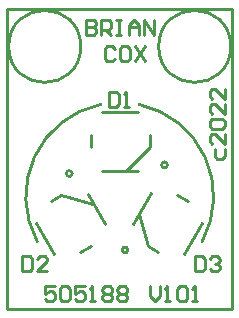
<source format=gto>
%FSLAX25Y25*%
%MOIN*%
G70*
G01*
G75*
G04 Layer_Color=65535*
%ADD10P,0.08352X4X285.0*%
%ADD11P,0.08352X4X165.0*%
%ADD12R,0.05906X0.05906*%
%ADD13C,0.02500*%
%ADD14C,0.16500*%
%ADD15C,0.04000*%
%ADD16R,0.05000X0.08000*%
%ADD17R,0.17716X0.12205*%
%ADD18C,0.01000*%
D18*
X465000Y522500D02*
G03*
X444065Y568129I-27500J15000D01*
G01*
X431238Y568193D02*
G03*
X410000Y522500I6262J-30693D01*
G01*
X440283Y519651D02*
G03*
X440283Y519651I-984J0D01*
G01*
X421632Y545131D02*
G03*
X421632Y545131I-984J0D01*
G01*
X453394Y548016D02*
G03*
X453394Y548016I-984J0D01*
G01*
X424500Y587500D02*
G03*
X424500Y587500I-12000J0D01*
G01*
X474500D02*
G03*
X474500Y587500I-12000J0D01*
G01*
X400000Y600000D02*
X475000D01*
Y500000D02*
Y600000D01*
X400000Y500000D02*
X475000D01*
X400000D02*
Y600000D01*
X443992Y531716D02*
X446874Y520960D01*
X459071Y518464D02*
X464977Y528693D01*
X442023Y528307D02*
X447929Y538536D01*
X456716Y538008D02*
X460126Y536040D01*
X446874Y520960D02*
X450283Y518992D01*
X417994Y537917D02*
X428750Y535035D01*
X409734Y528602D02*
X415639Y518373D01*
X426782Y538444D02*
X432687Y528216D01*
X424427Y518900D02*
X427837Y520869D01*
X414584Y535948D02*
X417994Y537917D01*
X439614Y546047D02*
X447488Y553921D01*
X431740Y565732D02*
X443551D01*
X431740Y546047D02*
X443551D01*
X427803Y553921D02*
Y557858D01*
X447488Y553921D02*
Y557858D01*
X435832Y586665D02*
X434999Y587498D01*
X433333D01*
X432500Y586665D01*
Y583333D01*
X433333Y582500D01*
X434999D01*
X435832Y583333D01*
X439998Y587498D02*
X438331D01*
X437498Y586665D01*
Y583333D01*
X438331Y582500D01*
X439998D01*
X440831Y583333D01*
Y586665D01*
X439998Y587498D01*
X442497D02*
X445829Y582500D01*
Y587498D02*
X442497Y582500D01*
X447500Y507498D02*
Y504166D01*
X449166Y502500D01*
X450832Y504166D01*
Y507498D01*
X452498Y502500D02*
X454165D01*
X453331D01*
Y507498D01*
X452498Y506665D01*
X456664D02*
X457497Y507498D01*
X459163D01*
X459996Y506665D01*
Y503333D01*
X459163Y502500D01*
X457497D01*
X456664Y503333D01*
Y506665D01*
X461662Y502500D02*
X463328D01*
X462495D01*
Y507498D01*
X461662Y506665D01*
X415832Y507498D02*
X412500D01*
Y504999D01*
X414166Y505832D01*
X414999D01*
X415832Y504999D01*
Y503333D01*
X414999Y502500D01*
X413333D01*
X412500Y503333D01*
X417498Y506665D02*
X418331Y507498D01*
X419998D01*
X420831Y506665D01*
Y503333D01*
X419998Y502500D01*
X418331D01*
X417498Y503333D01*
Y506665D01*
X425829Y507498D02*
X422497D01*
Y504999D01*
X424163Y505832D01*
X424996D01*
X425829Y504999D01*
Y503333D01*
X424996Y502500D01*
X423330D01*
X422497Y503333D01*
X427495Y502500D02*
X429161D01*
X428328D01*
Y507498D01*
X427495Y506665D01*
X431661D02*
X432493Y507498D01*
X434160D01*
X434993Y506665D01*
Y505832D01*
X434160Y504999D01*
X434993Y504166D01*
Y503333D01*
X434160Y502500D01*
X432493D01*
X431661Y503333D01*
Y504166D01*
X432493Y504999D01*
X431661Y505832D01*
Y506665D01*
X432493Y504999D02*
X434160D01*
X436659Y506665D02*
X437492Y507498D01*
X439158D01*
X439991Y506665D01*
Y505832D01*
X439158Y504999D01*
X439991Y504166D01*
Y503333D01*
X439158Y502500D01*
X437492D01*
X436659Y503333D01*
Y504166D01*
X437492Y504999D01*
X436659Y505832D01*
Y506665D01*
X437492Y504999D02*
X439158D01*
X469168Y553332D02*
Y550833D01*
X470001Y550000D01*
X471667D01*
X472500Y550833D01*
Y553332D01*
Y558331D02*
Y554998D01*
X469168Y558331D01*
X468335D01*
X467502Y557498D01*
Y555831D01*
X468335Y554998D01*
Y559997D02*
X467502Y560830D01*
Y562496D01*
X468335Y563329D01*
X471667D01*
X472500Y562496D01*
Y560830D01*
X471667Y559997D01*
X468335D01*
X472500Y568327D02*
Y564995D01*
X469168Y568327D01*
X468335D01*
X467502Y567494D01*
Y565828D01*
X468335Y564995D01*
X472500Y573326D02*
Y569993D01*
X469168Y573326D01*
X468335D01*
X467502Y572493D01*
Y570827D01*
X468335Y569993D01*
X426414Y596413D02*
Y591414D01*
X428913D01*
X429746Y592247D01*
Y593080D01*
X428913Y593913D01*
X426414D01*
X428913D01*
X429746Y594746D01*
Y595580D01*
X428913Y596413D01*
X426414D01*
X431413Y591414D02*
Y596413D01*
X433912D01*
X434745Y595580D01*
Y593913D01*
X433912Y593080D01*
X431413D01*
X433079D02*
X434745Y591414D01*
X436411Y596413D02*
X438077D01*
X437244D01*
Y591414D01*
X436411D01*
X438077D01*
X440576D02*
Y594746D01*
X442242Y596413D01*
X443909Y594746D01*
Y591414D01*
Y593913D01*
X440576D01*
X445575Y591414D02*
Y596413D01*
X448907Y591414D01*
Y596413D01*
X462500Y517498D02*
Y512500D01*
X464999D01*
X465832Y513333D01*
Y516665D01*
X464999Y517498D01*
X462500D01*
X467498Y516665D02*
X468331Y517498D01*
X469998D01*
X470831Y516665D01*
Y515832D01*
X469998Y514999D01*
X469165D01*
X469998D01*
X470831Y514166D01*
Y513333D01*
X469998Y512500D01*
X468331D01*
X467498Y513333D01*
X405000Y517498D02*
Y512500D01*
X407499D01*
X408332Y513333D01*
Y516665D01*
X407499Y517498D01*
X405000D01*
X413331Y512500D02*
X409998D01*
X413331Y515832D01*
Y516665D01*
X412498Y517498D01*
X410831D01*
X409998Y516665D01*
X433902Y572403D02*
Y567405D01*
X436401D01*
X437234Y568238D01*
Y571570D01*
X436401Y572403D01*
X433902D01*
X438900Y567405D02*
X440566D01*
X439733D01*
Y572403D01*
X438900Y571570D01*
M02*

</source>
